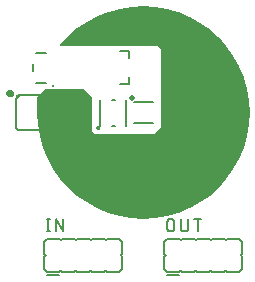
<source format=gto>
G04 EAGLE Gerber RS-274X export*
G75*
%MOMM*%
%FSLAX34Y34*%
%LPD*%
%INSilkscreen Top*%
%IPPOS*%
%AMOC8*
5,1,8,0,0,1.08239X$1,22.5*%
G01*
%ADD10C,0.203200*%
%ADD11C,0.127000*%
%ADD12C,0.508000*%
%ADD13C,0.254000*%
%ADD14C,0.015238*%
%ADD15C,0.152400*%
%ADD16C,0.406400*%

G36*
X149711Y50345D02*
X149711Y50345D01*
X149774Y50358D01*
X149824Y50358D01*
X159652Y52028D01*
X159714Y52048D01*
X159763Y52053D01*
X169343Y54813D01*
X169402Y54840D01*
X169450Y54851D01*
X178661Y58666D01*
X178717Y58699D01*
X178763Y58715D01*
X187489Y63538D01*
X187540Y63577D01*
X187585Y63598D01*
X195716Y69367D01*
X195763Y69412D01*
X195805Y69438D01*
X203238Y76081D01*
X203280Y76131D01*
X203319Y76162D01*
X209962Y83595D01*
X209982Y83625D01*
X209985Y83628D01*
X210002Y83654D01*
X210033Y83684D01*
X215802Y91815D01*
X215832Y91872D01*
X215862Y91911D01*
X220685Y100637D01*
X220708Y100697D01*
X220734Y100739D01*
X224549Y109950D01*
X224565Y110012D01*
X224587Y110057D01*
X227347Y119637D01*
X227356Y119701D01*
X227372Y119748D01*
X229042Y129576D01*
X229044Y129641D01*
X229055Y129689D01*
X229614Y139643D01*
X229608Y139708D01*
X229614Y139757D01*
X229055Y149711D01*
X229042Y149774D01*
X229042Y149824D01*
X227372Y159652D01*
X227352Y159714D01*
X227347Y159763D01*
X224587Y169343D01*
X224560Y169402D01*
X224549Y169450D01*
X220734Y178661D01*
X220701Y178717D01*
X220685Y178763D01*
X215862Y187489D01*
X215823Y187540D01*
X215802Y187585D01*
X210033Y195716D01*
X209988Y195763D01*
X209962Y195805D01*
X203319Y203238D01*
X203269Y203280D01*
X203238Y203319D01*
X195805Y209962D01*
X195761Y209991D01*
X195741Y210009D01*
X195737Y210011D01*
X195716Y210033D01*
X192887Y212040D01*
X190025Y214070D01*
X187585Y215802D01*
X187528Y215832D01*
X187489Y215862D01*
X178763Y220685D01*
X178703Y220708D01*
X178661Y220734D01*
X169450Y224549D01*
X169388Y224565D01*
X169343Y224587D01*
X159763Y227347D01*
X159699Y227356D01*
X159652Y227372D01*
X149824Y229042D01*
X149759Y229044D01*
X149711Y229055D01*
X139757Y229614D01*
X139694Y229608D01*
X139646Y229614D01*
X129776Y229087D01*
X129716Y229075D01*
X129669Y229075D01*
X119912Y227501D01*
X119853Y227483D01*
X119806Y227478D01*
X110272Y224874D01*
X110215Y224850D01*
X110169Y224840D01*
X100966Y221235D01*
X100913Y221205D01*
X100868Y221191D01*
X92101Y216627D01*
X92051Y216591D01*
X92008Y216572D01*
X83776Y211101D01*
X83731Y211060D01*
X83690Y211036D01*
X76088Y204720D01*
X76046Y204675D01*
X76008Y204647D01*
X69122Y197557D01*
X69109Y197540D01*
X69092Y197526D01*
X69025Y197425D01*
X68954Y197328D01*
X68947Y197307D01*
X68935Y197289D01*
X68898Y197174D01*
X68857Y197061D01*
X68855Y197039D01*
X68849Y197018D01*
X68846Y196897D01*
X68837Y196777D01*
X68842Y196756D01*
X68841Y196734D01*
X68872Y196617D01*
X68897Y196499D01*
X68908Y196480D01*
X68913Y196459D01*
X68975Y196355D01*
X69032Y196249D01*
X69047Y196233D01*
X69059Y196214D01*
X69146Y196132D01*
X69231Y196046D01*
X69250Y196035D01*
X69266Y196020D01*
X69373Y195965D01*
X69478Y195905D01*
X69499Y195900D01*
X69519Y195890D01*
X69594Y195878D01*
X69755Y195839D01*
X69808Y195842D01*
X69850Y195835D01*
X151980Y195835D01*
X154560Y193255D01*
X154560Y127421D01*
X148805Y121665D01*
X98846Y121665D01*
X96265Y124246D01*
X96265Y152400D01*
X96253Y152487D01*
X96250Y152574D01*
X96233Y152627D01*
X96225Y152682D01*
X96190Y152761D01*
X96163Y152845D01*
X96135Y152884D01*
X96109Y152941D01*
X96013Y153054D01*
X95968Y153118D01*
X89618Y159468D01*
X89548Y159520D01*
X89484Y159580D01*
X89435Y159606D01*
X89391Y159639D01*
X89309Y159670D01*
X89231Y159710D01*
X89184Y159718D01*
X89125Y159740D01*
X88977Y159752D01*
X88900Y159765D01*
X57150Y159765D01*
X57063Y159753D01*
X56976Y159750D01*
X56923Y159733D01*
X56869Y159725D01*
X56789Y159690D01*
X56705Y159663D01*
X56666Y159635D01*
X56609Y159609D01*
X56496Y159513D01*
X56432Y159468D01*
X50082Y153118D01*
X50030Y153048D01*
X49970Y152984D01*
X49944Y152935D01*
X49911Y152891D01*
X49880Y152809D01*
X49840Y152731D01*
X49832Y152684D01*
X49810Y152625D01*
X49799Y152494D01*
X49799Y152493D01*
X49799Y152488D01*
X49798Y152477D01*
X49785Y152400D01*
X49785Y139700D01*
X49789Y139669D01*
X49786Y139643D01*
X50345Y129689D01*
X50358Y129626D01*
X50358Y129576D01*
X52028Y119748D01*
X52048Y119686D01*
X52053Y119637D01*
X54813Y110057D01*
X54840Y109998D01*
X54851Y109950D01*
X58666Y100739D01*
X58699Y100683D01*
X58715Y100637D01*
X63538Y91911D01*
X63577Y91860D01*
X63598Y91815D01*
X69367Y83684D01*
X69378Y83673D01*
X69381Y83667D01*
X69397Y83653D01*
X69412Y83637D01*
X69438Y83595D01*
X76081Y76162D01*
X76131Y76120D01*
X76162Y76081D01*
X83595Y69438D01*
X83649Y69402D01*
X83684Y69367D01*
X91815Y63598D01*
X91872Y63569D01*
X91911Y63538D01*
X100637Y58715D01*
X100697Y58692D01*
X100739Y58666D01*
X109950Y54851D01*
X110012Y54835D01*
X110057Y54813D01*
X119637Y52053D01*
X119701Y52044D01*
X119748Y52028D01*
X129576Y50358D01*
X129641Y50356D01*
X129689Y50345D01*
X139643Y49786D01*
X139708Y49792D01*
X139757Y49786D01*
X149711Y50345D01*
G37*
D10*
X59351Y49784D02*
X59351Y39116D01*
X58166Y39116D02*
X60537Y39116D01*
X60537Y49784D02*
X58166Y49784D01*
X65913Y49784D02*
X65913Y39116D01*
X71840Y39116D02*
X65913Y49784D01*
X71840Y49784D02*
X71840Y39116D01*
X159766Y42079D02*
X159766Y46821D01*
X159768Y46928D01*
X159774Y47035D01*
X159783Y47141D01*
X159797Y47247D01*
X159814Y47353D01*
X159835Y47458D01*
X159860Y47562D01*
X159889Y47665D01*
X159921Y47767D01*
X159957Y47868D01*
X159997Y47967D01*
X160040Y48065D01*
X160087Y48161D01*
X160137Y48256D01*
X160190Y48349D01*
X160247Y48439D01*
X160307Y48528D01*
X160370Y48614D01*
X160436Y48698D01*
X160506Y48780D01*
X160578Y48859D01*
X160653Y48935D01*
X160731Y49009D01*
X160811Y49079D01*
X160894Y49147D01*
X160979Y49212D01*
X161066Y49273D01*
X161156Y49332D01*
X161248Y49387D01*
X161341Y49439D01*
X161437Y49487D01*
X161534Y49532D01*
X161632Y49574D01*
X161732Y49611D01*
X161834Y49646D01*
X161936Y49676D01*
X162040Y49703D01*
X162144Y49726D01*
X162250Y49745D01*
X162356Y49760D01*
X162462Y49772D01*
X162569Y49780D01*
X162676Y49784D01*
X162782Y49784D01*
X162889Y49780D01*
X162996Y49772D01*
X163102Y49760D01*
X163208Y49745D01*
X163314Y49726D01*
X163418Y49703D01*
X163522Y49676D01*
X163624Y49646D01*
X163726Y49611D01*
X163826Y49574D01*
X163924Y49532D01*
X164021Y49487D01*
X164117Y49439D01*
X164211Y49387D01*
X164302Y49332D01*
X164392Y49273D01*
X164479Y49212D01*
X164564Y49147D01*
X164647Y49079D01*
X164727Y49009D01*
X164805Y48935D01*
X164880Y48859D01*
X164952Y48780D01*
X165022Y48698D01*
X165088Y48614D01*
X165151Y48528D01*
X165211Y48439D01*
X165268Y48349D01*
X165321Y48256D01*
X165371Y48161D01*
X165418Y48065D01*
X165461Y47967D01*
X165501Y47868D01*
X165537Y47767D01*
X165569Y47665D01*
X165598Y47562D01*
X165623Y47458D01*
X165644Y47353D01*
X165661Y47247D01*
X165675Y47141D01*
X165684Y47035D01*
X165690Y46928D01*
X165692Y46821D01*
X165693Y46821D02*
X165693Y42079D01*
X165692Y42079D02*
X165690Y41972D01*
X165684Y41865D01*
X165675Y41759D01*
X165661Y41653D01*
X165644Y41547D01*
X165623Y41442D01*
X165598Y41338D01*
X165569Y41235D01*
X165537Y41133D01*
X165501Y41032D01*
X165461Y40933D01*
X165418Y40835D01*
X165371Y40739D01*
X165321Y40644D01*
X165268Y40551D01*
X165211Y40461D01*
X165151Y40372D01*
X165088Y40286D01*
X165022Y40202D01*
X164952Y40120D01*
X164880Y40041D01*
X164805Y39965D01*
X164727Y39891D01*
X164647Y39821D01*
X164564Y39753D01*
X164479Y39688D01*
X164392Y39627D01*
X164302Y39568D01*
X164210Y39513D01*
X164117Y39461D01*
X164021Y39413D01*
X163924Y39368D01*
X163826Y39326D01*
X163726Y39289D01*
X163624Y39254D01*
X163522Y39224D01*
X163418Y39197D01*
X163314Y39174D01*
X163208Y39155D01*
X163102Y39140D01*
X162996Y39128D01*
X162889Y39120D01*
X162782Y39116D01*
X162676Y39116D01*
X162569Y39120D01*
X162462Y39128D01*
X162356Y39140D01*
X162250Y39155D01*
X162144Y39174D01*
X162040Y39197D01*
X161936Y39224D01*
X161834Y39254D01*
X161732Y39289D01*
X161632Y39326D01*
X161534Y39368D01*
X161437Y39413D01*
X161341Y39461D01*
X161248Y39513D01*
X161156Y39568D01*
X161066Y39627D01*
X160979Y39688D01*
X160894Y39753D01*
X160811Y39821D01*
X160731Y39891D01*
X160653Y39965D01*
X160578Y40041D01*
X160506Y40120D01*
X160436Y40202D01*
X160370Y40286D01*
X160307Y40372D01*
X160247Y40461D01*
X160190Y40551D01*
X160137Y40644D01*
X160087Y40739D01*
X160040Y40835D01*
X159997Y40933D01*
X159957Y41032D01*
X159921Y41133D01*
X159889Y41235D01*
X159860Y41338D01*
X159835Y41442D01*
X159814Y41547D01*
X159797Y41653D01*
X159783Y41759D01*
X159774Y41865D01*
X159768Y41972D01*
X159766Y42079D01*
X171577Y42079D02*
X171577Y49784D01*
X171577Y42079D02*
X171579Y41972D01*
X171585Y41865D01*
X171594Y41759D01*
X171608Y41653D01*
X171625Y41547D01*
X171646Y41442D01*
X171671Y41338D01*
X171700Y41235D01*
X171732Y41133D01*
X171768Y41032D01*
X171808Y40933D01*
X171851Y40835D01*
X171898Y40739D01*
X171948Y40644D01*
X172001Y40551D01*
X172058Y40461D01*
X172118Y40372D01*
X172181Y40286D01*
X172247Y40202D01*
X172317Y40120D01*
X172389Y40041D01*
X172464Y39965D01*
X172542Y39891D01*
X172622Y39821D01*
X172705Y39753D01*
X172790Y39688D01*
X172877Y39627D01*
X172967Y39568D01*
X173059Y39513D01*
X173152Y39461D01*
X173248Y39413D01*
X173345Y39368D01*
X173443Y39326D01*
X173543Y39289D01*
X173645Y39254D01*
X173747Y39224D01*
X173851Y39197D01*
X173955Y39174D01*
X174061Y39155D01*
X174167Y39140D01*
X174273Y39128D01*
X174380Y39120D01*
X174487Y39116D01*
X174593Y39116D01*
X174700Y39120D01*
X174807Y39128D01*
X174913Y39140D01*
X175019Y39155D01*
X175125Y39174D01*
X175229Y39197D01*
X175333Y39224D01*
X175435Y39254D01*
X175537Y39289D01*
X175637Y39326D01*
X175735Y39368D01*
X175832Y39413D01*
X175928Y39461D01*
X176021Y39513D01*
X176113Y39568D01*
X176203Y39627D01*
X176290Y39688D01*
X176375Y39753D01*
X176458Y39821D01*
X176538Y39891D01*
X176616Y39965D01*
X176691Y40041D01*
X176763Y40120D01*
X176833Y40202D01*
X176899Y40286D01*
X176962Y40372D01*
X177022Y40461D01*
X177079Y40551D01*
X177132Y40644D01*
X177182Y40739D01*
X177229Y40835D01*
X177272Y40933D01*
X177312Y41032D01*
X177348Y41133D01*
X177380Y41235D01*
X177409Y41338D01*
X177434Y41442D01*
X177455Y41547D01*
X177472Y41653D01*
X177486Y41759D01*
X177495Y41865D01*
X177501Y41972D01*
X177503Y42079D01*
X177504Y42079D02*
X177504Y49784D01*
X185589Y49784D02*
X185589Y39116D01*
X182626Y49784D02*
X188553Y49784D01*
D11*
X125300Y128700D02*
X125300Y150700D01*
X103300Y150700D02*
X103300Y128700D01*
X113300Y150700D02*
X115300Y150700D01*
X115300Y128700D02*
X113300Y128700D01*
X100600Y126700D02*
X100602Y126752D01*
X100608Y126804D01*
X100618Y126856D01*
X100631Y126906D01*
X100648Y126956D01*
X100669Y127004D01*
X100694Y127050D01*
X100722Y127094D01*
X100753Y127136D01*
X100787Y127176D01*
X100824Y127213D01*
X100864Y127247D01*
X100906Y127278D01*
X100950Y127306D01*
X100996Y127331D01*
X101044Y127352D01*
X101094Y127369D01*
X101144Y127382D01*
X101196Y127392D01*
X101248Y127398D01*
X101300Y127400D01*
X101352Y127398D01*
X101404Y127392D01*
X101456Y127382D01*
X101506Y127369D01*
X101556Y127352D01*
X101604Y127331D01*
X101650Y127306D01*
X101694Y127278D01*
X101736Y127247D01*
X101776Y127213D01*
X101813Y127176D01*
X101847Y127136D01*
X101878Y127094D01*
X101906Y127050D01*
X101931Y127004D01*
X101952Y126956D01*
X101969Y126906D01*
X101982Y126856D01*
X101992Y126804D01*
X101998Y126752D01*
X102000Y126700D01*
X101998Y126648D01*
X101992Y126596D01*
X101982Y126544D01*
X101969Y126494D01*
X101952Y126444D01*
X101931Y126396D01*
X101906Y126350D01*
X101878Y126306D01*
X101847Y126264D01*
X101813Y126224D01*
X101776Y126187D01*
X101736Y126153D01*
X101694Y126122D01*
X101650Y126094D01*
X101604Y126069D01*
X101556Y126048D01*
X101506Y126031D01*
X101456Y126018D01*
X101404Y126008D01*
X101352Y126002D01*
X101300Y126000D01*
X101248Y126002D01*
X101196Y126008D01*
X101144Y126018D01*
X101094Y126031D01*
X101044Y126048D01*
X100996Y126069D01*
X100950Y126094D01*
X100906Y126122D01*
X100864Y126153D01*
X100824Y126187D01*
X100787Y126224D01*
X100753Y126264D01*
X100722Y126306D01*
X100694Y126350D01*
X100669Y126396D01*
X100648Y126444D01*
X100631Y126494D01*
X100618Y126544D01*
X100608Y126596D01*
X100602Y126648D01*
X100600Y126700D01*
D10*
X127650Y185800D02*
X127650Y191800D01*
X119650Y191800D01*
X127650Y169800D02*
X127650Y163800D01*
X119650Y163800D01*
D12*
X129930Y152010D03*
D10*
X131450Y148585D02*
X147950Y148585D01*
X147950Y130815D02*
X131450Y130815D01*
D13*
X63500Y161798D03*
D10*
X57634Y190500D02*
X49046Y190500D01*
X49046Y165100D02*
X57634Y165100D01*
X46252Y175116D02*
X46252Y180484D01*
D14*
X62475Y152075D02*
X61102Y152075D01*
X61102Y152076D02*
X61097Y152160D01*
X61088Y152244D01*
X61074Y152327D01*
X61057Y152410D01*
X61036Y152491D01*
X61012Y152572D01*
X60983Y152651D01*
X60951Y152729D01*
X60915Y152806D01*
X60876Y152880D01*
X60834Y152953D01*
X60788Y153024D01*
X60738Y153092D01*
X60686Y153158D01*
X60631Y153222D01*
X60573Y153283D01*
X60512Y153341D01*
X60448Y153396D01*
X60382Y153448D01*
X60314Y153498D01*
X60243Y153544D01*
X60170Y153586D01*
X60096Y153625D01*
X60019Y153661D01*
X59941Y153693D01*
X59862Y153722D01*
X59781Y153746D01*
X59700Y153767D01*
X59617Y153784D01*
X59534Y153798D01*
X59450Y153807D01*
X59366Y153812D01*
X59365Y155185D01*
X59366Y155185D01*
X59476Y155181D01*
X59586Y155172D01*
X59696Y155160D01*
X59805Y155144D01*
X59913Y155124D01*
X60021Y155101D01*
X60128Y155074D01*
X60234Y155043D01*
X60339Y155008D01*
X60442Y154970D01*
X60544Y154929D01*
X60645Y154884D01*
X60744Y154835D01*
X60841Y154783D01*
X60936Y154728D01*
X61030Y154669D01*
X61121Y154607D01*
X61210Y154542D01*
X61297Y154474D01*
X61382Y154403D01*
X61464Y154329D01*
X61543Y154253D01*
X61619Y154174D01*
X61693Y154092D01*
X61764Y154007D01*
X61832Y153920D01*
X61897Y153831D01*
X61959Y153740D01*
X62018Y153646D01*
X62073Y153551D01*
X62125Y153454D01*
X62174Y153355D01*
X62219Y153254D01*
X62260Y153152D01*
X62298Y153049D01*
X62333Y152944D01*
X62364Y152838D01*
X62391Y152731D01*
X62414Y152623D01*
X62434Y152515D01*
X62450Y152406D01*
X62462Y152296D01*
X62471Y152186D01*
X62475Y152076D01*
X62332Y152076D01*
X62327Y152184D01*
X62319Y152291D01*
X62307Y152398D01*
X62291Y152504D01*
X62271Y152610D01*
X62248Y152715D01*
X62221Y152819D01*
X62190Y152922D01*
X62155Y153024D01*
X62117Y153125D01*
X62076Y153224D01*
X62031Y153322D01*
X61982Y153418D01*
X61931Y153512D01*
X61875Y153605D01*
X61817Y153695D01*
X61756Y153784D01*
X61691Y153870D01*
X61623Y153953D01*
X61553Y154035D01*
X61479Y154113D01*
X61403Y154189D01*
X61325Y154263D01*
X61243Y154333D01*
X61160Y154401D01*
X61074Y154466D01*
X60985Y154527D01*
X60895Y154585D01*
X60802Y154641D01*
X60708Y154692D01*
X60612Y154741D01*
X60514Y154786D01*
X60415Y154827D01*
X60314Y154865D01*
X60212Y154900D01*
X60109Y154931D01*
X60005Y154958D01*
X59900Y154981D01*
X59794Y155001D01*
X59688Y155017D01*
X59581Y155029D01*
X59474Y155037D01*
X59366Y155042D01*
X59366Y154899D01*
X59471Y154894D01*
X59575Y154886D01*
X59679Y154874D01*
X59783Y154858D01*
X59886Y154838D01*
X59988Y154815D01*
X60089Y154788D01*
X60190Y154757D01*
X60289Y154723D01*
X60386Y154685D01*
X60483Y154643D01*
X60578Y154599D01*
X60671Y154550D01*
X60762Y154499D01*
X60851Y154444D01*
X60939Y154386D01*
X61024Y154325D01*
X61107Y154261D01*
X61187Y154193D01*
X61265Y154123D01*
X61341Y154051D01*
X61413Y153975D01*
X61483Y153897D01*
X61551Y153817D01*
X61615Y153734D01*
X61676Y153649D01*
X61734Y153561D01*
X61789Y153472D01*
X61840Y153381D01*
X61889Y153288D01*
X61933Y153193D01*
X61975Y153096D01*
X62013Y152999D01*
X62047Y152900D01*
X62078Y152799D01*
X62105Y152698D01*
X62128Y152596D01*
X62148Y152493D01*
X62164Y152389D01*
X62176Y152285D01*
X62184Y152181D01*
X62189Y152076D01*
X62046Y152076D01*
X62041Y152180D01*
X62032Y152284D01*
X62020Y152388D01*
X62003Y152491D01*
X61982Y152594D01*
X61958Y152695D01*
X61930Y152796D01*
X61898Y152895D01*
X61862Y152993D01*
X61822Y153090D01*
X61779Y153185D01*
X61733Y153279D01*
X61682Y153370D01*
X61629Y153460D01*
X61572Y153547D01*
X61511Y153633D01*
X61448Y153716D01*
X61381Y153796D01*
X61312Y153874D01*
X61239Y153949D01*
X61164Y154022D01*
X61086Y154091D01*
X61006Y154158D01*
X60923Y154221D01*
X60837Y154282D01*
X60750Y154339D01*
X60660Y154392D01*
X60569Y154443D01*
X60475Y154489D01*
X60380Y154532D01*
X60283Y154572D01*
X60185Y154608D01*
X60086Y154640D01*
X59985Y154668D01*
X59884Y154692D01*
X59781Y154713D01*
X59678Y154730D01*
X59574Y154742D01*
X59470Y154751D01*
X59366Y154756D01*
X59366Y154613D01*
X59467Y154608D01*
X59568Y154599D01*
X59669Y154586D01*
X59769Y154570D01*
X59868Y154549D01*
X59967Y154525D01*
X60064Y154497D01*
X60160Y154465D01*
X60255Y154429D01*
X60349Y154390D01*
X60440Y154347D01*
X60531Y154301D01*
X60619Y154251D01*
X60705Y154198D01*
X60789Y154141D01*
X60871Y154082D01*
X60951Y154019D01*
X61028Y153953D01*
X61102Y153884D01*
X61174Y153812D01*
X61243Y153738D01*
X61309Y153661D01*
X61372Y153581D01*
X61431Y153499D01*
X61488Y153415D01*
X61541Y153329D01*
X61591Y153241D01*
X61637Y153150D01*
X61680Y153059D01*
X61719Y152965D01*
X61755Y152870D01*
X61787Y152774D01*
X61815Y152677D01*
X61839Y152578D01*
X61860Y152479D01*
X61876Y152379D01*
X61889Y152278D01*
X61898Y152177D01*
X61903Y152076D01*
X61760Y152076D01*
X61755Y152174D01*
X61746Y152272D01*
X61733Y152369D01*
X61717Y152466D01*
X61696Y152562D01*
X61672Y152657D01*
X61644Y152751D01*
X61612Y152844D01*
X61577Y152935D01*
X61538Y153025D01*
X61496Y153114D01*
X61450Y153201D01*
X61400Y153285D01*
X61348Y153368D01*
X61292Y153449D01*
X61233Y153527D01*
X61170Y153603D01*
X61105Y153677D01*
X61037Y153747D01*
X60967Y153815D01*
X60893Y153880D01*
X60817Y153943D01*
X60739Y154002D01*
X60658Y154058D01*
X60575Y154110D01*
X60491Y154160D01*
X60404Y154206D01*
X60315Y154248D01*
X60225Y154287D01*
X60134Y154322D01*
X60041Y154354D01*
X59947Y154382D01*
X59852Y154406D01*
X59756Y154427D01*
X59659Y154443D01*
X59562Y154456D01*
X59464Y154465D01*
X59366Y154470D01*
X59366Y154327D01*
X59461Y154322D01*
X59555Y154313D01*
X59649Y154300D01*
X59742Y154284D01*
X59835Y154263D01*
X59926Y154239D01*
X60017Y154212D01*
X60106Y154180D01*
X60194Y154145D01*
X60281Y154107D01*
X60365Y154065D01*
X60449Y154019D01*
X60530Y153970D01*
X60609Y153918D01*
X60686Y153863D01*
X60760Y153805D01*
X60833Y153743D01*
X60902Y153679D01*
X60969Y153612D01*
X61033Y153543D01*
X61095Y153470D01*
X61153Y153396D01*
X61208Y153319D01*
X61260Y153240D01*
X61309Y153159D01*
X61355Y153075D01*
X61397Y152991D01*
X61435Y152904D01*
X61470Y152816D01*
X61502Y152727D01*
X61529Y152636D01*
X61553Y152545D01*
X61574Y152452D01*
X61590Y152359D01*
X61603Y152265D01*
X61612Y152171D01*
X61617Y152076D01*
X61474Y152076D01*
X61469Y152167D01*
X61460Y152258D01*
X61447Y152348D01*
X61431Y152437D01*
X61411Y152526D01*
X61387Y152614D01*
X61359Y152701D01*
X61328Y152787D01*
X61294Y152871D01*
X61256Y152954D01*
X61214Y153035D01*
X61169Y153114D01*
X61121Y153192D01*
X61070Y153267D01*
X61016Y153340D01*
X60958Y153411D01*
X60898Y153479D01*
X60835Y153545D01*
X60769Y153608D01*
X60701Y153668D01*
X60630Y153726D01*
X60557Y153780D01*
X60482Y153831D01*
X60404Y153879D01*
X60325Y153924D01*
X60244Y153966D01*
X60161Y154004D01*
X60077Y154038D01*
X59991Y154069D01*
X59904Y154097D01*
X59816Y154121D01*
X59727Y154141D01*
X59638Y154157D01*
X59548Y154170D01*
X59457Y154179D01*
X59366Y154184D01*
X59366Y154041D01*
X59456Y154035D01*
X59545Y154026D01*
X59634Y154013D01*
X59722Y153996D01*
X59810Y153975D01*
X59896Y153950D01*
X59981Y153921D01*
X60065Y153889D01*
X60147Y153853D01*
X60228Y153814D01*
X60307Y153771D01*
X60384Y153724D01*
X60459Y153674D01*
X60531Y153621D01*
X60601Y153565D01*
X60669Y153506D01*
X60734Y153444D01*
X60796Y153379D01*
X60855Y153311D01*
X60911Y153241D01*
X60964Y153169D01*
X61014Y153094D01*
X61061Y153017D01*
X61104Y152938D01*
X61143Y152857D01*
X61179Y152775D01*
X61211Y152691D01*
X61240Y152606D01*
X61265Y152520D01*
X61286Y152432D01*
X61303Y152344D01*
X61316Y152255D01*
X61325Y152166D01*
X61331Y152076D01*
X61187Y152076D01*
X61182Y152162D01*
X61173Y152247D01*
X61160Y152332D01*
X61143Y152416D01*
X61122Y152499D01*
X61098Y152581D01*
X61070Y152662D01*
X61038Y152742D01*
X61003Y152820D01*
X60964Y152897D01*
X60922Y152971D01*
X60876Y153044D01*
X60827Y153115D01*
X60776Y153183D01*
X60721Y153249D01*
X60663Y153312D01*
X60602Y153373D01*
X60539Y153431D01*
X60473Y153486D01*
X60405Y153537D01*
X60334Y153586D01*
X60261Y153632D01*
X60187Y153674D01*
X60110Y153713D01*
X60032Y153748D01*
X59952Y153780D01*
X59871Y153808D01*
X59789Y153832D01*
X59706Y153853D01*
X59622Y153870D01*
X59537Y153883D01*
X59452Y153892D01*
X59366Y153897D01*
D15*
X61790Y127400D02*
X61788Y127302D01*
X61782Y127204D01*
X61773Y127106D01*
X61759Y127009D01*
X61742Y126912D01*
X61721Y126816D01*
X61696Y126721D01*
X61668Y126627D01*
X61635Y126535D01*
X61600Y126443D01*
X61560Y126353D01*
X61518Y126265D01*
X61471Y126178D01*
X61422Y126094D01*
X61369Y126011D01*
X61313Y125931D01*
X61253Y125852D01*
X61191Y125776D01*
X61126Y125703D01*
X61058Y125632D01*
X60987Y125564D01*
X60914Y125499D01*
X60838Y125437D01*
X60759Y125377D01*
X60679Y125321D01*
X60596Y125268D01*
X60512Y125219D01*
X60425Y125172D01*
X60337Y125130D01*
X60247Y125090D01*
X60155Y125055D01*
X60063Y125022D01*
X59969Y124994D01*
X59874Y124969D01*
X59778Y124948D01*
X59681Y124931D01*
X59584Y124917D01*
X59486Y124908D01*
X59388Y124902D01*
X59290Y124900D01*
X34590Y124900D02*
X34492Y124902D01*
X34394Y124908D01*
X34296Y124917D01*
X34199Y124931D01*
X34102Y124948D01*
X34006Y124969D01*
X33911Y124994D01*
X33817Y125022D01*
X33725Y125055D01*
X33633Y125090D01*
X33543Y125130D01*
X33455Y125172D01*
X33368Y125219D01*
X33284Y125268D01*
X33201Y125321D01*
X33121Y125377D01*
X33042Y125437D01*
X32966Y125499D01*
X32893Y125564D01*
X32822Y125632D01*
X32754Y125703D01*
X32689Y125776D01*
X32627Y125852D01*
X32567Y125931D01*
X32511Y126011D01*
X32458Y126094D01*
X32409Y126178D01*
X32362Y126265D01*
X32320Y126353D01*
X32280Y126443D01*
X32245Y126535D01*
X32212Y126627D01*
X32184Y126721D01*
X32159Y126816D01*
X32138Y126912D01*
X32121Y127009D01*
X32107Y127106D01*
X32098Y127204D01*
X32092Y127302D01*
X32090Y127400D01*
D14*
X34515Y155185D02*
X34515Y153812D01*
X34514Y153812D02*
X34430Y153807D01*
X34346Y153798D01*
X34263Y153784D01*
X34180Y153767D01*
X34099Y153746D01*
X34018Y153722D01*
X33939Y153693D01*
X33861Y153661D01*
X33784Y153625D01*
X33710Y153586D01*
X33637Y153544D01*
X33566Y153498D01*
X33498Y153448D01*
X33432Y153396D01*
X33368Y153341D01*
X33307Y153283D01*
X33249Y153222D01*
X33194Y153158D01*
X33142Y153092D01*
X33092Y153024D01*
X33046Y152953D01*
X33004Y152880D01*
X32965Y152806D01*
X32929Y152729D01*
X32897Y152651D01*
X32868Y152572D01*
X32844Y152491D01*
X32823Y152410D01*
X32806Y152327D01*
X32792Y152244D01*
X32783Y152160D01*
X32778Y152076D01*
X31405Y152075D01*
X31405Y152076D01*
X31409Y152186D01*
X31418Y152296D01*
X31430Y152406D01*
X31446Y152515D01*
X31466Y152623D01*
X31489Y152731D01*
X31516Y152838D01*
X31547Y152944D01*
X31582Y153049D01*
X31620Y153152D01*
X31661Y153254D01*
X31706Y153355D01*
X31755Y153454D01*
X31807Y153551D01*
X31862Y153646D01*
X31921Y153740D01*
X31983Y153831D01*
X32048Y153920D01*
X32116Y154007D01*
X32187Y154092D01*
X32261Y154174D01*
X32337Y154253D01*
X32416Y154329D01*
X32498Y154403D01*
X32583Y154474D01*
X32670Y154542D01*
X32759Y154607D01*
X32850Y154669D01*
X32944Y154728D01*
X33039Y154783D01*
X33136Y154835D01*
X33235Y154884D01*
X33336Y154929D01*
X33438Y154970D01*
X33541Y155008D01*
X33646Y155043D01*
X33752Y155074D01*
X33859Y155101D01*
X33967Y155124D01*
X34075Y155144D01*
X34184Y155160D01*
X34294Y155172D01*
X34404Y155181D01*
X34514Y155185D01*
X34514Y155042D01*
X34406Y155037D01*
X34299Y155029D01*
X34192Y155017D01*
X34086Y155001D01*
X33980Y154981D01*
X33875Y154958D01*
X33771Y154931D01*
X33668Y154900D01*
X33566Y154865D01*
X33465Y154827D01*
X33366Y154786D01*
X33268Y154741D01*
X33172Y154692D01*
X33078Y154641D01*
X32985Y154585D01*
X32895Y154527D01*
X32806Y154466D01*
X32720Y154401D01*
X32637Y154333D01*
X32555Y154263D01*
X32477Y154189D01*
X32401Y154113D01*
X32327Y154035D01*
X32257Y153953D01*
X32189Y153870D01*
X32124Y153784D01*
X32063Y153695D01*
X32005Y153605D01*
X31949Y153512D01*
X31898Y153418D01*
X31849Y153322D01*
X31804Y153224D01*
X31763Y153125D01*
X31725Y153024D01*
X31690Y152922D01*
X31659Y152819D01*
X31632Y152715D01*
X31609Y152610D01*
X31589Y152504D01*
X31573Y152398D01*
X31561Y152291D01*
X31553Y152184D01*
X31548Y152076D01*
X31691Y152076D01*
X31696Y152181D01*
X31704Y152285D01*
X31716Y152389D01*
X31732Y152493D01*
X31752Y152596D01*
X31775Y152698D01*
X31802Y152799D01*
X31833Y152900D01*
X31867Y152999D01*
X31905Y153096D01*
X31947Y153193D01*
X31991Y153288D01*
X32040Y153381D01*
X32091Y153472D01*
X32146Y153561D01*
X32204Y153649D01*
X32265Y153734D01*
X32329Y153817D01*
X32397Y153897D01*
X32467Y153975D01*
X32539Y154051D01*
X32615Y154123D01*
X32693Y154193D01*
X32773Y154261D01*
X32856Y154325D01*
X32941Y154386D01*
X33029Y154444D01*
X33118Y154499D01*
X33209Y154550D01*
X33302Y154599D01*
X33397Y154643D01*
X33494Y154685D01*
X33591Y154723D01*
X33690Y154757D01*
X33791Y154788D01*
X33892Y154815D01*
X33994Y154838D01*
X34097Y154858D01*
X34201Y154874D01*
X34305Y154886D01*
X34409Y154894D01*
X34514Y154899D01*
X34514Y154756D01*
X34410Y154751D01*
X34306Y154742D01*
X34202Y154730D01*
X34099Y154713D01*
X33996Y154692D01*
X33895Y154668D01*
X33794Y154640D01*
X33695Y154608D01*
X33597Y154572D01*
X33500Y154532D01*
X33405Y154489D01*
X33311Y154443D01*
X33220Y154392D01*
X33130Y154339D01*
X33043Y154282D01*
X32957Y154221D01*
X32874Y154158D01*
X32794Y154091D01*
X32716Y154022D01*
X32641Y153949D01*
X32568Y153874D01*
X32499Y153796D01*
X32432Y153716D01*
X32369Y153633D01*
X32308Y153547D01*
X32251Y153460D01*
X32198Y153370D01*
X32147Y153279D01*
X32101Y153185D01*
X32058Y153090D01*
X32018Y152993D01*
X31982Y152895D01*
X31950Y152796D01*
X31922Y152695D01*
X31898Y152594D01*
X31877Y152491D01*
X31860Y152388D01*
X31848Y152284D01*
X31839Y152180D01*
X31834Y152076D01*
X31977Y152076D01*
X31982Y152177D01*
X31991Y152278D01*
X32004Y152379D01*
X32020Y152479D01*
X32041Y152578D01*
X32065Y152677D01*
X32093Y152774D01*
X32125Y152870D01*
X32161Y152965D01*
X32200Y153059D01*
X32243Y153150D01*
X32289Y153241D01*
X32339Y153329D01*
X32392Y153415D01*
X32449Y153499D01*
X32508Y153581D01*
X32571Y153661D01*
X32637Y153738D01*
X32706Y153812D01*
X32778Y153884D01*
X32852Y153953D01*
X32929Y154019D01*
X33009Y154082D01*
X33091Y154141D01*
X33175Y154198D01*
X33261Y154251D01*
X33349Y154301D01*
X33440Y154347D01*
X33531Y154390D01*
X33625Y154429D01*
X33720Y154465D01*
X33816Y154497D01*
X33913Y154525D01*
X34012Y154549D01*
X34111Y154570D01*
X34211Y154586D01*
X34312Y154599D01*
X34413Y154608D01*
X34514Y154613D01*
X34514Y154470D01*
X34416Y154465D01*
X34318Y154456D01*
X34221Y154443D01*
X34124Y154427D01*
X34028Y154406D01*
X33933Y154382D01*
X33839Y154354D01*
X33746Y154322D01*
X33655Y154287D01*
X33565Y154248D01*
X33476Y154206D01*
X33389Y154160D01*
X33305Y154110D01*
X33222Y154058D01*
X33141Y154002D01*
X33063Y153943D01*
X32987Y153880D01*
X32913Y153815D01*
X32843Y153747D01*
X32775Y153677D01*
X32710Y153603D01*
X32647Y153527D01*
X32588Y153449D01*
X32532Y153368D01*
X32480Y153285D01*
X32430Y153201D01*
X32384Y153114D01*
X32342Y153025D01*
X32303Y152935D01*
X32268Y152844D01*
X32236Y152751D01*
X32208Y152657D01*
X32184Y152562D01*
X32163Y152466D01*
X32147Y152369D01*
X32134Y152272D01*
X32125Y152174D01*
X32120Y152076D01*
X32263Y152076D01*
X32268Y152171D01*
X32277Y152265D01*
X32290Y152359D01*
X32306Y152452D01*
X32327Y152545D01*
X32351Y152636D01*
X32378Y152727D01*
X32410Y152816D01*
X32445Y152904D01*
X32483Y152991D01*
X32525Y153075D01*
X32571Y153159D01*
X32620Y153240D01*
X32672Y153319D01*
X32727Y153396D01*
X32785Y153470D01*
X32847Y153543D01*
X32911Y153612D01*
X32978Y153679D01*
X33047Y153743D01*
X33120Y153805D01*
X33194Y153863D01*
X33271Y153918D01*
X33350Y153970D01*
X33431Y154019D01*
X33515Y154065D01*
X33599Y154107D01*
X33686Y154145D01*
X33774Y154180D01*
X33863Y154212D01*
X33954Y154239D01*
X34045Y154263D01*
X34138Y154284D01*
X34231Y154300D01*
X34325Y154313D01*
X34419Y154322D01*
X34514Y154327D01*
X34514Y154184D01*
X34423Y154179D01*
X34332Y154170D01*
X34242Y154157D01*
X34153Y154141D01*
X34064Y154121D01*
X33976Y154097D01*
X33889Y154069D01*
X33803Y154038D01*
X33719Y154004D01*
X33636Y153966D01*
X33555Y153924D01*
X33476Y153879D01*
X33398Y153831D01*
X33323Y153780D01*
X33250Y153726D01*
X33179Y153668D01*
X33111Y153608D01*
X33045Y153545D01*
X32982Y153479D01*
X32922Y153411D01*
X32864Y153340D01*
X32810Y153267D01*
X32759Y153192D01*
X32711Y153114D01*
X32666Y153035D01*
X32624Y152954D01*
X32586Y152871D01*
X32552Y152787D01*
X32521Y152701D01*
X32493Y152614D01*
X32469Y152526D01*
X32449Y152437D01*
X32433Y152348D01*
X32420Y152258D01*
X32411Y152167D01*
X32406Y152076D01*
X32549Y152076D01*
X32555Y152166D01*
X32564Y152255D01*
X32577Y152344D01*
X32594Y152432D01*
X32615Y152520D01*
X32640Y152606D01*
X32669Y152691D01*
X32701Y152775D01*
X32737Y152857D01*
X32776Y152938D01*
X32819Y153017D01*
X32866Y153094D01*
X32916Y153169D01*
X32969Y153241D01*
X33025Y153311D01*
X33084Y153379D01*
X33146Y153444D01*
X33211Y153506D01*
X33279Y153565D01*
X33349Y153621D01*
X33421Y153674D01*
X33496Y153724D01*
X33573Y153771D01*
X33652Y153814D01*
X33733Y153853D01*
X33815Y153889D01*
X33899Y153921D01*
X33984Y153950D01*
X34070Y153975D01*
X34158Y153996D01*
X34246Y154013D01*
X34335Y154026D01*
X34424Y154035D01*
X34514Y154041D01*
X34514Y153897D01*
X34428Y153892D01*
X34343Y153883D01*
X34258Y153870D01*
X34174Y153853D01*
X34091Y153832D01*
X34009Y153808D01*
X33928Y153780D01*
X33848Y153748D01*
X33770Y153713D01*
X33693Y153674D01*
X33619Y153632D01*
X33546Y153586D01*
X33475Y153537D01*
X33407Y153486D01*
X33341Y153431D01*
X33278Y153373D01*
X33217Y153312D01*
X33159Y153249D01*
X33104Y153183D01*
X33053Y153115D01*
X33004Y153044D01*
X32958Y152971D01*
X32916Y152897D01*
X32877Y152820D01*
X32842Y152742D01*
X32810Y152662D01*
X32782Y152581D01*
X32758Y152499D01*
X32737Y152416D01*
X32720Y152332D01*
X32707Y152247D01*
X32698Y152162D01*
X32693Y152076D01*
D15*
X32090Y151900D02*
X32090Y127300D01*
X61790Y127300D02*
X61790Y151900D01*
X59290Y154500D02*
X34690Y154500D01*
X34590Y124900D02*
X59290Y124900D01*
D16*
X25500Y155956D02*
X25502Y156016D01*
X25508Y156076D01*
X25518Y156135D01*
X25531Y156193D01*
X25549Y156250D01*
X25570Y156307D01*
X25594Y156361D01*
X25623Y156414D01*
X25654Y156465D01*
X25689Y156514D01*
X25727Y156560D01*
X25768Y156604D01*
X25812Y156645D01*
X25858Y156683D01*
X25907Y156718D01*
X25958Y156749D01*
X26011Y156778D01*
X26065Y156802D01*
X26122Y156823D01*
X26179Y156841D01*
X26237Y156854D01*
X26296Y156864D01*
X26356Y156870D01*
X26416Y156872D01*
X26476Y156870D01*
X26536Y156864D01*
X26595Y156854D01*
X26653Y156841D01*
X26710Y156823D01*
X26767Y156802D01*
X26821Y156778D01*
X26874Y156749D01*
X26925Y156718D01*
X26974Y156683D01*
X27020Y156645D01*
X27064Y156604D01*
X27105Y156560D01*
X27143Y156514D01*
X27178Y156465D01*
X27209Y156414D01*
X27238Y156361D01*
X27262Y156307D01*
X27283Y156250D01*
X27301Y156193D01*
X27314Y156135D01*
X27324Y156076D01*
X27330Y156016D01*
X27332Y155956D01*
X27330Y155896D01*
X27324Y155836D01*
X27314Y155777D01*
X27301Y155719D01*
X27283Y155662D01*
X27262Y155605D01*
X27238Y155551D01*
X27209Y155498D01*
X27178Y155447D01*
X27143Y155398D01*
X27105Y155352D01*
X27064Y155308D01*
X27020Y155267D01*
X26974Y155229D01*
X26925Y155194D01*
X26874Y155163D01*
X26821Y155134D01*
X26767Y155110D01*
X26710Y155089D01*
X26653Y155071D01*
X26595Y155058D01*
X26536Y155048D01*
X26476Y155042D01*
X26416Y155040D01*
X26356Y155042D01*
X26296Y155048D01*
X26237Y155058D01*
X26179Y155071D01*
X26122Y155089D01*
X26065Y155110D01*
X26011Y155134D01*
X25958Y155163D01*
X25907Y155194D01*
X25858Y155229D01*
X25812Y155267D01*
X25768Y155308D01*
X25727Y155352D01*
X25689Y155398D01*
X25654Y155447D01*
X25623Y155498D01*
X25594Y155551D01*
X25570Y155605D01*
X25549Y155662D01*
X25531Y155719D01*
X25518Y155777D01*
X25508Y155836D01*
X25502Y155896D01*
X25500Y155956D01*
D11*
X55880Y20320D02*
X57150Y19050D01*
X55880Y20320D02*
X55880Y30480D01*
X58420Y33020D01*
X68580Y33020D01*
X69850Y31750D01*
X71120Y33020D01*
X81280Y33020D01*
X82550Y31750D01*
X83820Y33020D01*
X93980Y33020D01*
X95250Y31750D01*
X96520Y33020D01*
X106680Y33020D01*
X107950Y31750D01*
X109220Y33020D01*
X119380Y33020D01*
X121920Y30480D01*
X121920Y20320D01*
X120650Y19050D01*
X121920Y17780D01*
X121920Y7620D01*
X119380Y5080D01*
X109220Y5080D01*
X107950Y6350D01*
X106680Y5080D01*
X96520Y5080D01*
X95250Y6350D01*
X93980Y5080D01*
X83820Y5080D01*
X82550Y6350D01*
X81280Y5080D01*
X71120Y5080D01*
X69850Y6350D01*
X68580Y5080D01*
X58420Y5080D01*
X55880Y7620D01*
X55880Y17780D01*
X57150Y19050D01*
X58420Y2540D02*
X68580Y2540D01*
X157480Y20320D02*
X158750Y19050D01*
X157480Y20320D02*
X157480Y30480D01*
X160020Y33020D01*
X170180Y33020D01*
X171450Y31750D01*
X172720Y33020D01*
X182880Y33020D01*
X184150Y31750D01*
X185420Y33020D01*
X195580Y33020D01*
X196850Y31750D01*
X198120Y33020D01*
X208280Y33020D01*
X209550Y31750D01*
X210820Y33020D01*
X220980Y33020D01*
X223520Y30480D01*
X223520Y20320D01*
X222250Y19050D01*
X223520Y17780D01*
X223520Y7620D01*
X220980Y5080D01*
X210820Y5080D01*
X209550Y6350D01*
X208280Y5080D01*
X198120Y5080D01*
X196850Y6350D01*
X195580Y5080D01*
X185420Y5080D01*
X184150Y6350D01*
X182880Y5080D01*
X172720Y5080D01*
X171450Y6350D01*
X170180Y5080D01*
X160020Y5080D01*
X157480Y7620D01*
X157480Y17780D01*
X158750Y19050D01*
X160020Y2540D02*
X170180Y2540D01*
M02*

</source>
